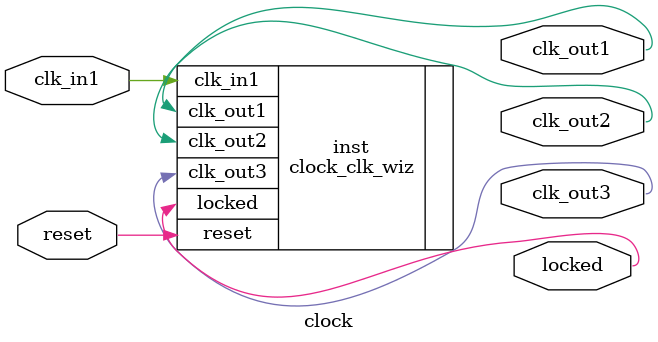
<source format=v>


`timescale 1ps/1ps

(* CORE_GENERATION_INFO = "clock,clk_wiz_v6_0_2_0_0,{component_name=clock,use_phase_alignment=true,use_min_o_jitter=false,use_max_i_jitter=false,use_dyn_phase_shift=false,use_inclk_switchover=false,use_dyn_reconfig=false,enable_axi=0,feedback_source=FDBK_AUTO,PRIMITIVE=MMCM,num_out_clk=3,clkin1_period=20.000,clkin2_period=10.0,use_power_down=false,use_reset=true,use_locked=true,use_inclk_stopped=false,feedback_type=SINGLE,CLOCK_MGR_TYPE=NA,manual_override=false}" *)

module clock 
 (
  // Clock out ports
  output        clk_out1,
  output        clk_out2,
  output        clk_out3,
  // Status and control signals
  input         reset,
  output        locked,
 // Clock in ports
  input         clk_in1
 );

  clock_clk_wiz inst
  (
  // Clock out ports  
  .clk_out1(clk_out1),
  .clk_out2(clk_out2),
  .clk_out3(clk_out3),
  // Status and control signals               
  .reset(reset), 
  .locked(locked),
 // Clock in ports
  .clk_in1(clk_in1)
  );

endmodule

</source>
